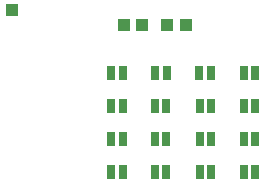
<source format=gbp>
G04 ---------------------------- Layer name :BOTTOM PASTER LAYER*
G04 EasyEDA v5.5.15, Tue, 26 Jun 2018 10:07:45 GMT*
G04 6b00658ecf034e76a6cd097d3bdf46c6*
G04 Gerber Generator version 0.2*
G04 Scale: 100 percent, Rotated: No, Reflected: No *
G04 Dimensions in inches *
G04 leading zeros omitted , absolute positions ,2 integer and 4 decimal *
%FSLAX24Y24*%
%MOIN*%
G90*
G70D02*

%ADD20R,0.025000X0.050000*%
%ADD29R,0.039370X0.043307*%
%ADD30R,0.040000X0.040000*%

%LPD*%
G54D29*
G01X4206Y14000D03*
G01X4835Y14000D03*
G01X5656Y14000D03*
G01X6285Y14000D03*
G54D20*
G01X8219Y12400D03*
G01X8600Y12400D03*
G01X8219Y11300D03*
G01X8600Y11300D03*
G01X8219Y10200D03*
G01X8600Y10200D03*
G01X8219Y9100D03*
G01X8600Y9100D03*
G01X7113Y12417D03*
G01X6732Y12417D03*
G01X7130Y11300D03*
G01X6750Y11300D03*
G01X7130Y10200D03*
G01X6750Y10200D03*
G01X7130Y9100D03*
G01X6750Y9100D03*
G01X5630Y11300D03*
G01X5250Y11300D03*
G01X5630Y10200D03*
G01X5250Y10200D03*
G01X5630Y9100D03*
G01X5250Y9100D03*
G01X4180Y12400D03*
G01X3800Y12400D03*
G01X4180Y11300D03*
G01X3800Y11300D03*
G01X4180Y10200D03*
G01X3800Y10200D03*
G01X4180Y9100D03*
G01X3800Y9100D03*
G01X5644Y12417D03*
G01X5265Y12417D03*
G54D30*
G01X500Y14500D03*
M00*
M02*

</source>
